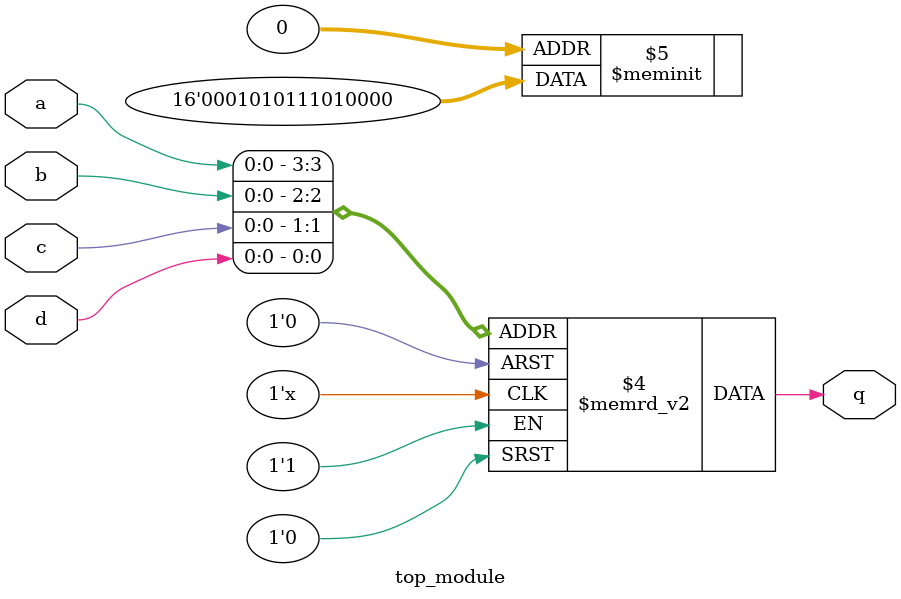
<source format=sv>
module top_module (
  input a, 
  input b, 
  input c, 
  input d,
  output reg q
);

  always @* begin
    case ({a, b, c, d})
      4'b0000, 4'b0001, 4'b0010, 4'b0011, 4'b0101 : q = 1'b0;
      4'b0100, 4'b0110, 4'b0111, 4'b1000, 4'b1010, 4'b1100 : q = 1'b1;
      default : q = 1'b0;
    endcase
  end

endmodule

</source>
